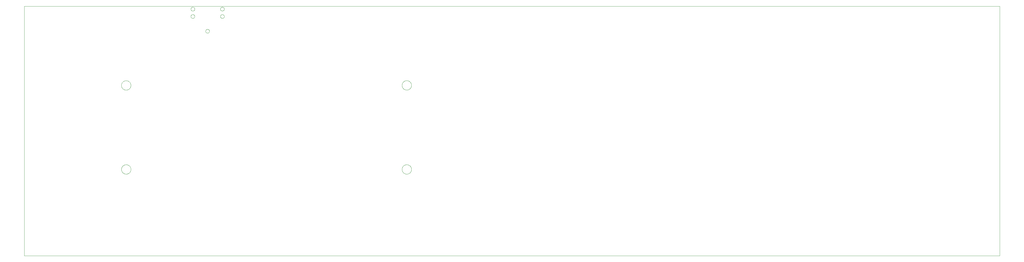
<source format=gko>
G75*
%MOIN*%
%OFA0B0*%
%FSLAX25Y25*%
%IPPOS*%
%LPD*%
%AMOC8*
5,1,8,0,0,1.08239X$1,22.5*
%
%ADD10C,0.00000*%
D10*
X0001500Y0002000D02*
X0001500Y0335000D01*
X1301000Y0335000D01*
X1301000Y0002000D01*
X0001500Y0002000D01*
X0130749Y0117346D02*
X0130751Y0117504D01*
X0130757Y0117662D01*
X0130767Y0117820D01*
X0130781Y0117978D01*
X0130799Y0118135D01*
X0130820Y0118292D01*
X0130846Y0118448D01*
X0130876Y0118604D01*
X0130909Y0118759D01*
X0130947Y0118912D01*
X0130988Y0119065D01*
X0131033Y0119217D01*
X0131082Y0119368D01*
X0131135Y0119517D01*
X0131191Y0119665D01*
X0131251Y0119811D01*
X0131315Y0119956D01*
X0131383Y0120099D01*
X0131454Y0120241D01*
X0131528Y0120381D01*
X0131606Y0120518D01*
X0131688Y0120654D01*
X0131772Y0120788D01*
X0131861Y0120919D01*
X0131952Y0121048D01*
X0132047Y0121175D01*
X0132144Y0121300D01*
X0132245Y0121422D01*
X0132349Y0121541D01*
X0132456Y0121658D01*
X0132566Y0121772D01*
X0132679Y0121883D01*
X0132794Y0121992D01*
X0132912Y0122097D01*
X0133033Y0122199D01*
X0133156Y0122299D01*
X0133282Y0122395D01*
X0133410Y0122488D01*
X0133540Y0122578D01*
X0133673Y0122664D01*
X0133808Y0122748D01*
X0133944Y0122827D01*
X0134083Y0122904D01*
X0134224Y0122976D01*
X0134366Y0123046D01*
X0134510Y0123111D01*
X0134656Y0123173D01*
X0134803Y0123231D01*
X0134952Y0123286D01*
X0135102Y0123337D01*
X0135253Y0123384D01*
X0135405Y0123427D01*
X0135558Y0123466D01*
X0135713Y0123502D01*
X0135868Y0123533D01*
X0136024Y0123561D01*
X0136180Y0123585D01*
X0136337Y0123605D01*
X0136495Y0123621D01*
X0136652Y0123633D01*
X0136811Y0123641D01*
X0136969Y0123645D01*
X0137127Y0123645D01*
X0137285Y0123641D01*
X0137444Y0123633D01*
X0137601Y0123621D01*
X0137759Y0123605D01*
X0137916Y0123585D01*
X0138072Y0123561D01*
X0138228Y0123533D01*
X0138383Y0123502D01*
X0138538Y0123466D01*
X0138691Y0123427D01*
X0138843Y0123384D01*
X0138994Y0123337D01*
X0139144Y0123286D01*
X0139293Y0123231D01*
X0139440Y0123173D01*
X0139586Y0123111D01*
X0139730Y0123046D01*
X0139872Y0122976D01*
X0140013Y0122904D01*
X0140152Y0122827D01*
X0140288Y0122748D01*
X0140423Y0122664D01*
X0140556Y0122578D01*
X0140686Y0122488D01*
X0140814Y0122395D01*
X0140940Y0122299D01*
X0141063Y0122199D01*
X0141184Y0122097D01*
X0141302Y0121992D01*
X0141417Y0121883D01*
X0141530Y0121772D01*
X0141640Y0121658D01*
X0141747Y0121541D01*
X0141851Y0121422D01*
X0141952Y0121300D01*
X0142049Y0121175D01*
X0142144Y0121048D01*
X0142235Y0120919D01*
X0142324Y0120788D01*
X0142408Y0120654D01*
X0142490Y0120518D01*
X0142568Y0120381D01*
X0142642Y0120241D01*
X0142713Y0120099D01*
X0142781Y0119956D01*
X0142845Y0119811D01*
X0142905Y0119665D01*
X0142961Y0119517D01*
X0143014Y0119368D01*
X0143063Y0119217D01*
X0143108Y0119065D01*
X0143149Y0118912D01*
X0143187Y0118759D01*
X0143220Y0118604D01*
X0143250Y0118448D01*
X0143276Y0118292D01*
X0143297Y0118135D01*
X0143315Y0117978D01*
X0143329Y0117820D01*
X0143339Y0117662D01*
X0143345Y0117504D01*
X0143347Y0117346D01*
X0143345Y0117188D01*
X0143339Y0117030D01*
X0143329Y0116872D01*
X0143315Y0116714D01*
X0143297Y0116557D01*
X0143276Y0116400D01*
X0143250Y0116244D01*
X0143220Y0116088D01*
X0143187Y0115933D01*
X0143149Y0115780D01*
X0143108Y0115627D01*
X0143063Y0115475D01*
X0143014Y0115324D01*
X0142961Y0115175D01*
X0142905Y0115027D01*
X0142845Y0114881D01*
X0142781Y0114736D01*
X0142713Y0114593D01*
X0142642Y0114451D01*
X0142568Y0114311D01*
X0142490Y0114174D01*
X0142408Y0114038D01*
X0142324Y0113904D01*
X0142235Y0113773D01*
X0142144Y0113644D01*
X0142049Y0113517D01*
X0141952Y0113392D01*
X0141851Y0113270D01*
X0141747Y0113151D01*
X0141640Y0113034D01*
X0141530Y0112920D01*
X0141417Y0112809D01*
X0141302Y0112700D01*
X0141184Y0112595D01*
X0141063Y0112493D01*
X0140940Y0112393D01*
X0140814Y0112297D01*
X0140686Y0112204D01*
X0140556Y0112114D01*
X0140423Y0112028D01*
X0140288Y0111944D01*
X0140152Y0111865D01*
X0140013Y0111788D01*
X0139872Y0111716D01*
X0139730Y0111646D01*
X0139586Y0111581D01*
X0139440Y0111519D01*
X0139293Y0111461D01*
X0139144Y0111406D01*
X0138994Y0111355D01*
X0138843Y0111308D01*
X0138691Y0111265D01*
X0138538Y0111226D01*
X0138383Y0111190D01*
X0138228Y0111159D01*
X0138072Y0111131D01*
X0137916Y0111107D01*
X0137759Y0111087D01*
X0137601Y0111071D01*
X0137444Y0111059D01*
X0137285Y0111051D01*
X0137127Y0111047D01*
X0136969Y0111047D01*
X0136811Y0111051D01*
X0136652Y0111059D01*
X0136495Y0111071D01*
X0136337Y0111087D01*
X0136180Y0111107D01*
X0136024Y0111131D01*
X0135868Y0111159D01*
X0135713Y0111190D01*
X0135558Y0111226D01*
X0135405Y0111265D01*
X0135253Y0111308D01*
X0135102Y0111355D01*
X0134952Y0111406D01*
X0134803Y0111461D01*
X0134656Y0111519D01*
X0134510Y0111581D01*
X0134366Y0111646D01*
X0134224Y0111716D01*
X0134083Y0111788D01*
X0133944Y0111865D01*
X0133808Y0111944D01*
X0133673Y0112028D01*
X0133540Y0112114D01*
X0133410Y0112204D01*
X0133282Y0112297D01*
X0133156Y0112393D01*
X0133033Y0112493D01*
X0132912Y0112595D01*
X0132794Y0112700D01*
X0132679Y0112809D01*
X0132566Y0112920D01*
X0132456Y0113034D01*
X0132349Y0113151D01*
X0132245Y0113270D01*
X0132144Y0113392D01*
X0132047Y0113517D01*
X0131952Y0113644D01*
X0131861Y0113773D01*
X0131772Y0113904D01*
X0131688Y0114038D01*
X0131606Y0114174D01*
X0131528Y0114311D01*
X0131454Y0114451D01*
X0131383Y0114593D01*
X0131315Y0114736D01*
X0131251Y0114881D01*
X0131191Y0115027D01*
X0131135Y0115175D01*
X0131082Y0115324D01*
X0131033Y0115475D01*
X0130988Y0115627D01*
X0130947Y0115780D01*
X0130909Y0115933D01*
X0130876Y0116088D01*
X0130846Y0116244D01*
X0130820Y0116400D01*
X0130799Y0116557D01*
X0130781Y0116714D01*
X0130767Y0116872D01*
X0130757Y0117030D01*
X0130751Y0117188D01*
X0130749Y0117346D01*
X0504578Y0117346D02*
X0504580Y0117504D01*
X0504586Y0117662D01*
X0504596Y0117820D01*
X0504610Y0117978D01*
X0504628Y0118135D01*
X0504649Y0118292D01*
X0504675Y0118448D01*
X0504705Y0118604D01*
X0504738Y0118759D01*
X0504776Y0118912D01*
X0504817Y0119065D01*
X0504862Y0119217D01*
X0504911Y0119368D01*
X0504964Y0119517D01*
X0505020Y0119665D01*
X0505080Y0119811D01*
X0505144Y0119956D01*
X0505212Y0120099D01*
X0505283Y0120241D01*
X0505357Y0120381D01*
X0505435Y0120518D01*
X0505517Y0120654D01*
X0505601Y0120788D01*
X0505690Y0120919D01*
X0505781Y0121048D01*
X0505876Y0121175D01*
X0505973Y0121300D01*
X0506074Y0121422D01*
X0506178Y0121541D01*
X0506285Y0121658D01*
X0506395Y0121772D01*
X0506508Y0121883D01*
X0506623Y0121992D01*
X0506741Y0122097D01*
X0506862Y0122199D01*
X0506985Y0122299D01*
X0507111Y0122395D01*
X0507239Y0122488D01*
X0507369Y0122578D01*
X0507502Y0122664D01*
X0507637Y0122748D01*
X0507773Y0122827D01*
X0507912Y0122904D01*
X0508053Y0122976D01*
X0508195Y0123046D01*
X0508339Y0123111D01*
X0508485Y0123173D01*
X0508632Y0123231D01*
X0508781Y0123286D01*
X0508931Y0123337D01*
X0509082Y0123384D01*
X0509234Y0123427D01*
X0509387Y0123466D01*
X0509542Y0123502D01*
X0509697Y0123533D01*
X0509853Y0123561D01*
X0510009Y0123585D01*
X0510166Y0123605D01*
X0510324Y0123621D01*
X0510481Y0123633D01*
X0510640Y0123641D01*
X0510798Y0123645D01*
X0510956Y0123645D01*
X0511114Y0123641D01*
X0511273Y0123633D01*
X0511430Y0123621D01*
X0511588Y0123605D01*
X0511745Y0123585D01*
X0511901Y0123561D01*
X0512057Y0123533D01*
X0512212Y0123502D01*
X0512367Y0123466D01*
X0512520Y0123427D01*
X0512672Y0123384D01*
X0512823Y0123337D01*
X0512973Y0123286D01*
X0513122Y0123231D01*
X0513269Y0123173D01*
X0513415Y0123111D01*
X0513559Y0123046D01*
X0513701Y0122976D01*
X0513842Y0122904D01*
X0513981Y0122827D01*
X0514117Y0122748D01*
X0514252Y0122664D01*
X0514385Y0122578D01*
X0514515Y0122488D01*
X0514643Y0122395D01*
X0514769Y0122299D01*
X0514892Y0122199D01*
X0515013Y0122097D01*
X0515131Y0121992D01*
X0515246Y0121883D01*
X0515359Y0121772D01*
X0515469Y0121658D01*
X0515576Y0121541D01*
X0515680Y0121422D01*
X0515781Y0121300D01*
X0515878Y0121175D01*
X0515973Y0121048D01*
X0516064Y0120919D01*
X0516153Y0120788D01*
X0516237Y0120654D01*
X0516319Y0120518D01*
X0516397Y0120381D01*
X0516471Y0120241D01*
X0516542Y0120099D01*
X0516610Y0119956D01*
X0516674Y0119811D01*
X0516734Y0119665D01*
X0516790Y0119517D01*
X0516843Y0119368D01*
X0516892Y0119217D01*
X0516937Y0119065D01*
X0516978Y0118912D01*
X0517016Y0118759D01*
X0517049Y0118604D01*
X0517079Y0118448D01*
X0517105Y0118292D01*
X0517126Y0118135D01*
X0517144Y0117978D01*
X0517158Y0117820D01*
X0517168Y0117662D01*
X0517174Y0117504D01*
X0517176Y0117346D01*
X0517174Y0117188D01*
X0517168Y0117030D01*
X0517158Y0116872D01*
X0517144Y0116714D01*
X0517126Y0116557D01*
X0517105Y0116400D01*
X0517079Y0116244D01*
X0517049Y0116088D01*
X0517016Y0115933D01*
X0516978Y0115780D01*
X0516937Y0115627D01*
X0516892Y0115475D01*
X0516843Y0115324D01*
X0516790Y0115175D01*
X0516734Y0115027D01*
X0516674Y0114881D01*
X0516610Y0114736D01*
X0516542Y0114593D01*
X0516471Y0114451D01*
X0516397Y0114311D01*
X0516319Y0114174D01*
X0516237Y0114038D01*
X0516153Y0113904D01*
X0516064Y0113773D01*
X0515973Y0113644D01*
X0515878Y0113517D01*
X0515781Y0113392D01*
X0515680Y0113270D01*
X0515576Y0113151D01*
X0515469Y0113034D01*
X0515359Y0112920D01*
X0515246Y0112809D01*
X0515131Y0112700D01*
X0515013Y0112595D01*
X0514892Y0112493D01*
X0514769Y0112393D01*
X0514643Y0112297D01*
X0514515Y0112204D01*
X0514385Y0112114D01*
X0514252Y0112028D01*
X0514117Y0111944D01*
X0513981Y0111865D01*
X0513842Y0111788D01*
X0513701Y0111716D01*
X0513559Y0111646D01*
X0513415Y0111581D01*
X0513269Y0111519D01*
X0513122Y0111461D01*
X0512973Y0111406D01*
X0512823Y0111355D01*
X0512672Y0111308D01*
X0512520Y0111265D01*
X0512367Y0111226D01*
X0512212Y0111190D01*
X0512057Y0111159D01*
X0511901Y0111131D01*
X0511745Y0111107D01*
X0511588Y0111087D01*
X0511430Y0111071D01*
X0511273Y0111059D01*
X0511114Y0111051D01*
X0510956Y0111047D01*
X0510798Y0111047D01*
X0510640Y0111051D01*
X0510481Y0111059D01*
X0510324Y0111071D01*
X0510166Y0111087D01*
X0510009Y0111107D01*
X0509853Y0111131D01*
X0509697Y0111159D01*
X0509542Y0111190D01*
X0509387Y0111226D01*
X0509234Y0111265D01*
X0509082Y0111308D01*
X0508931Y0111355D01*
X0508781Y0111406D01*
X0508632Y0111461D01*
X0508485Y0111519D01*
X0508339Y0111581D01*
X0508195Y0111646D01*
X0508053Y0111716D01*
X0507912Y0111788D01*
X0507773Y0111865D01*
X0507637Y0111944D01*
X0507502Y0112028D01*
X0507369Y0112114D01*
X0507239Y0112204D01*
X0507111Y0112297D01*
X0506985Y0112393D01*
X0506862Y0112493D01*
X0506741Y0112595D01*
X0506623Y0112700D01*
X0506508Y0112809D01*
X0506395Y0112920D01*
X0506285Y0113034D01*
X0506178Y0113151D01*
X0506074Y0113270D01*
X0505973Y0113392D01*
X0505876Y0113517D01*
X0505781Y0113644D01*
X0505690Y0113773D01*
X0505601Y0113904D01*
X0505517Y0114038D01*
X0505435Y0114174D01*
X0505357Y0114311D01*
X0505283Y0114451D01*
X0505212Y0114593D01*
X0505144Y0114736D01*
X0505080Y0114881D01*
X0505020Y0115027D01*
X0504964Y0115175D01*
X0504911Y0115324D01*
X0504862Y0115475D01*
X0504817Y0115627D01*
X0504776Y0115780D01*
X0504738Y0115933D01*
X0504705Y0116088D01*
X0504675Y0116244D01*
X0504649Y0116400D01*
X0504628Y0116557D01*
X0504610Y0116714D01*
X0504596Y0116872D01*
X0504586Y0117030D01*
X0504580Y0117188D01*
X0504578Y0117346D01*
X0504578Y0229551D02*
X0504580Y0229709D01*
X0504586Y0229867D01*
X0504596Y0230025D01*
X0504610Y0230183D01*
X0504628Y0230340D01*
X0504649Y0230497D01*
X0504675Y0230653D01*
X0504705Y0230809D01*
X0504738Y0230964D01*
X0504776Y0231117D01*
X0504817Y0231270D01*
X0504862Y0231422D01*
X0504911Y0231573D01*
X0504964Y0231722D01*
X0505020Y0231870D01*
X0505080Y0232016D01*
X0505144Y0232161D01*
X0505212Y0232304D01*
X0505283Y0232446D01*
X0505357Y0232586D01*
X0505435Y0232723D01*
X0505517Y0232859D01*
X0505601Y0232993D01*
X0505690Y0233124D01*
X0505781Y0233253D01*
X0505876Y0233380D01*
X0505973Y0233505D01*
X0506074Y0233627D01*
X0506178Y0233746D01*
X0506285Y0233863D01*
X0506395Y0233977D01*
X0506508Y0234088D01*
X0506623Y0234197D01*
X0506741Y0234302D01*
X0506862Y0234404D01*
X0506985Y0234504D01*
X0507111Y0234600D01*
X0507239Y0234693D01*
X0507369Y0234783D01*
X0507502Y0234869D01*
X0507637Y0234953D01*
X0507773Y0235032D01*
X0507912Y0235109D01*
X0508053Y0235181D01*
X0508195Y0235251D01*
X0508339Y0235316D01*
X0508485Y0235378D01*
X0508632Y0235436D01*
X0508781Y0235491D01*
X0508931Y0235542D01*
X0509082Y0235589D01*
X0509234Y0235632D01*
X0509387Y0235671D01*
X0509542Y0235707D01*
X0509697Y0235738D01*
X0509853Y0235766D01*
X0510009Y0235790D01*
X0510166Y0235810D01*
X0510324Y0235826D01*
X0510481Y0235838D01*
X0510640Y0235846D01*
X0510798Y0235850D01*
X0510956Y0235850D01*
X0511114Y0235846D01*
X0511273Y0235838D01*
X0511430Y0235826D01*
X0511588Y0235810D01*
X0511745Y0235790D01*
X0511901Y0235766D01*
X0512057Y0235738D01*
X0512212Y0235707D01*
X0512367Y0235671D01*
X0512520Y0235632D01*
X0512672Y0235589D01*
X0512823Y0235542D01*
X0512973Y0235491D01*
X0513122Y0235436D01*
X0513269Y0235378D01*
X0513415Y0235316D01*
X0513559Y0235251D01*
X0513701Y0235181D01*
X0513842Y0235109D01*
X0513981Y0235032D01*
X0514117Y0234953D01*
X0514252Y0234869D01*
X0514385Y0234783D01*
X0514515Y0234693D01*
X0514643Y0234600D01*
X0514769Y0234504D01*
X0514892Y0234404D01*
X0515013Y0234302D01*
X0515131Y0234197D01*
X0515246Y0234088D01*
X0515359Y0233977D01*
X0515469Y0233863D01*
X0515576Y0233746D01*
X0515680Y0233627D01*
X0515781Y0233505D01*
X0515878Y0233380D01*
X0515973Y0233253D01*
X0516064Y0233124D01*
X0516153Y0232993D01*
X0516237Y0232859D01*
X0516319Y0232723D01*
X0516397Y0232586D01*
X0516471Y0232446D01*
X0516542Y0232304D01*
X0516610Y0232161D01*
X0516674Y0232016D01*
X0516734Y0231870D01*
X0516790Y0231722D01*
X0516843Y0231573D01*
X0516892Y0231422D01*
X0516937Y0231270D01*
X0516978Y0231117D01*
X0517016Y0230964D01*
X0517049Y0230809D01*
X0517079Y0230653D01*
X0517105Y0230497D01*
X0517126Y0230340D01*
X0517144Y0230183D01*
X0517158Y0230025D01*
X0517168Y0229867D01*
X0517174Y0229709D01*
X0517176Y0229551D01*
X0517174Y0229393D01*
X0517168Y0229235D01*
X0517158Y0229077D01*
X0517144Y0228919D01*
X0517126Y0228762D01*
X0517105Y0228605D01*
X0517079Y0228449D01*
X0517049Y0228293D01*
X0517016Y0228138D01*
X0516978Y0227985D01*
X0516937Y0227832D01*
X0516892Y0227680D01*
X0516843Y0227529D01*
X0516790Y0227380D01*
X0516734Y0227232D01*
X0516674Y0227086D01*
X0516610Y0226941D01*
X0516542Y0226798D01*
X0516471Y0226656D01*
X0516397Y0226516D01*
X0516319Y0226379D01*
X0516237Y0226243D01*
X0516153Y0226109D01*
X0516064Y0225978D01*
X0515973Y0225849D01*
X0515878Y0225722D01*
X0515781Y0225597D01*
X0515680Y0225475D01*
X0515576Y0225356D01*
X0515469Y0225239D01*
X0515359Y0225125D01*
X0515246Y0225014D01*
X0515131Y0224905D01*
X0515013Y0224800D01*
X0514892Y0224698D01*
X0514769Y0224598D01*
X0514643Y0224502D01*
X0514515Y0224409D01*
X0514385Y0224319D01*
X0514252Y0224233D01*
X0514117Y0224149D01*
X0513981Y0224070D01*
X0513842Y0223993D01*
X0513701Y0223921D01*
X0513559Y0223851D01*
X0513415Y0223786D01*
X0513269Y0223724D01*
X0513122Y0223666D01*
X0512973Y0223611D01*
X0512823Y0223560D01*
X0512672Y0223513D01*
X0512520Y0223470D01*
X0512367Y0223431D01*
X0512212Y0223395D01*
X0512057Y0223364D01*
X0511901Y0223336D01*
X0511745Y0223312D01*
X0511588Y0223292D01*
X0511430Y0223276D01*
X0511273Y0223264D01*
X0511114Y0223256D01*
X0510956Y0223252D01*
X0510798Y0223252D01*
X0510640Y0223256D01*
X0510481Y0223264D01*
X0510324Y0223276D01*
X0510166Y0223292D01*
X0510009Y0223312D01*
X0509853Y0223336D01*
X0509697Y0223364D01*
X0509542Y0223395D01*
X0509387Y0223431D01*
X0509234Y0223470D01*
X0509082Y0223513D01*
X0508931Y0223560D01*
X0508781Y0223611D01*
X0508632Y0223666D01*
X0508485Y0223724D01*
X0508339Y0223786D01*
X0508195Y0223851D01*
X0508053Y0223921D01*
X0507912Y0223993D01*
X0507773Y0224070D01*
X0507637Y0224149D01*
X0507502Y0224233D01*
X0507369Y0224319D01*
X0507239Y0224409D01*
X0507111Y0224502D01*
X0506985Y0224598D01*
X0506862Y0224698D01*
X0506741Y0224800D01*
X0506623Y0224905D01*
X0506508Y0225014D01*
X0506395Y0225125D01*
X0506285Y0225239D01*
X0506178Y0225356D01*
X0506074Y0225475D01*
X0505973Y0225597D01*
X0505876Y0225722D01*
X0505781Y0225849D01*
X0505690Y0225978D01*
X0505601Y0226109D01*
X0505517Y0226243D01*
X0505435Y0226379D01*
X0505357Y0226516D01*
X0505283Y0226656D01*
X0505212Y0226798D01*
X0505144Y0226941D01*
X0505080Y0227086D01*
X0505020Y0227232D01*
X0504964Y0227380D01*
X0504911Y0227529D01*
X0504862Y0227680D01*
X0504817Y0227832D01*
X0504776Y0227985D01*
X0504738Y0228138D01*
X0504705Y0228293D01*
X0504675Y0228449D01*
X0504649Y0228605D01*
X0504628Y0228762D01*
X0504610Y0228919D01*
X0504596Y0229077D01*
X0504586Y0229235D01*
X0504580Y0229393D01*
X0504578Y0229551D01*
X0242941Y0301783D02*
X0242943Y0301884D01*
X0242949Y0301985D01*
X0242959Y0302086D01*
X0242973Y0302186D01*
X0242991Y0302285D01*
X0243013Y0302384D01*
X0243038Y0302482D01*
X0243068Y0302579D01*
X0243101Y0302674D01*
X0243138Y0302768D01*
X0243179Y0302861D01*
X0243223Y0302952D01*
X0243271Y0303041D01*
X0243323Y0303128D01*
X0243378Y0303213D01*
X0243436Y0303295D01*
X0243497Y0303376D01*
X0243562Y0303454D01*
X0243629Y0303529D01*
X0243699Y0303601D01*
X0243773Y0303671D01*
X0243849Y0303738D01*
X0243927Y0303802D01*
X0244008Y0303862D01*
X0244091Y0303919D01*
X0244177Y0303973D01*
X0244265Y0304024D01*
X0244354Y0304071D01*
X0244445Y0304115D01*
X0244538Y0304154D01*
X0244633Y0304191D01*
X0244728Y0304223D01*
X0244825Y0304252D01*
X0244924Y0304276D01*
X0245022Y0304297D01*
X0245122Y0304314D01*
X0245222Y0304327D01*
X0245323Y0304336D01*
X0245424Y0304341D01*
X0245525Y0304342D01*
X0245626Y0304339D01*
X0245727Y0304332D01*
X0245828Y0304321D01*
X0245928Y0304306D01*
X0246027Y0304287D01*
X0246126Y0304264D01*
X0246223Y0304238D01*
X0246320Y0304207D01*
X0246415Y0304173D01*
X0246508Y0304135D01*
X0246601Y0304093D01*
X0246691Y0304048D01*
X0246780Y0303999D01*
X0246866Y0303947D01*
X0246950Y0303891D01*
X0247033Y0303832D01*
X0247112Y0303770D01*
X0247190Y0303705D01*
X0247264Y0303637D01*
X0247336Y0303565D01*
X0247405Y0303492D01*
X0247471Y0303415D01*
X0247534Y0303336D01*
X0247594Y0303254D01*
X0247650Y0303170D01*
X0247703Y0303084D01*
X0247753Y0302996D01*
X0247799Y0302906D01*
X0247842Y0302815D01*
X0247881Y0302721D01*
X0247916Y0302626D01*
X0247947Y0302530D01*
X0247975Y0302433D01*
X0247999Y0302335D01*
X0248019Y0302236D01*
X0248035Y0302136D01*
X0248047Y0302035D01*
X0248055Y0301935D01*
X0248059Y0301834D01*
X0248059Y0301732D01*
X0248055Y0301631D01*
X0248047Y0301531D01*
X0248035Y0301430D01*
X0248019Y0301330D01*
X0247999Y0301231D01*
X0247975Y0301133D01*
X0247947Y0301036D01*
X0247916Y0300940D01*
X0247881Y0300845D01*
X0247842Y0300751D01*
X0247799Y0300660D01*
X0247753Y0300570D01*
X0247703Y0300482D01*
X0247650Y0300396D01*
X0247594Y0300312D01*
X0247534Y0300230D01*
X0247471Y0300151D01*
X0247405Y0300074D01*
X0247336Y0300001D01*
X0247264Y0299929D01*
X0247190Y0299861D01*
X0247112Y0299796D01*
X0247033Y0299734D01*
X0246950Y0299675D01*
X0246866Y0299619D01*
X0246779Y0299567D01*
X0246691Y0299518D01*
X0246601Y0299473D01*
X0246508Y0299431D01*
X0246415Y0299393D01*
X0246320Y0299359D01*
X0246223Y0299328D01*
X0246126Y0299302D01*
X0246027Y0299279D01*
X0245928Y0299260D01*
X0245828Y0299245D01*
X0245727Y0299234D01*
X0245626Y0299227D01*
X0245525Y0299224D01*
X0245424Y0299225D01*
X0245323Y0299230D01*
X0245222Y0299239D01*
X0245122Y0299252D01*
X0245022Y0299269D01*
X0244924Y0299290D01*
X0244825Y0299314D01*
X0244728Y0299343D01*
X0244633Y0299375D01*
X0244538Y0299412D01*
X0244445Y0299451D01*
X0244354Y0299495D01*
X0244265Y0299542D01*
X0244177Y0299593D01*
X0244091Y0299647D01*
X0244008Y0299704D01*
X0243927Y0299764D01*
X0243849Y0299828D01*
X0243773Y0299895D01*
X0243699Y0299965D01*
X0243629Y0300037D01*
X0243562Y0300112D01*
X0243497Y0300190D01*
X0243436Y0300271D01*
X0243378Y0300353D01*
X0243323Y0300438D01*
X0243271Y0300525D01*
X0243223Y0300614D01*
X0243179Y0300705D01*
X0243138Y0300798D01*
X0243101Y0300892D01*
X0243068Y0300987D01*
X0243038Y0301084D01*
X0243013Y0301182D01*
X0242991Y0301281D01*
X0242973Y0301380D01*
X0242959Y0301480D01*
X0242949Y0301581D01*
X0242943Y0301682D01*
X0242941Y0301783D01*
X0223256Y0321469D02*
X0223258Y0321570D01*
X0223264Y0321671D01*
X0223274Y0321772D01*
X0223288Y0321872D01*
X0223306Y0321971D01*
X0223328Y0322070D01*
X0223353Y0322168D01*
X0223383Y0322265D01*
X0223416Y0322360D01*
X0223453Y0322454D01*
X0223494Y0322547D01*
X0223538Y0322638D01*
X0223586Y0322727D01*
X0223638Y0322814D01*
X0223693Y0322899D01*
X0223751Y0322981D01*
X0223812Y0323062D01*
X0223877Y0323140D01*
X0223944Y0323215D01*
X0224014Y0323287D01*
X0224088Y0323357D01*
X0224164Y0323424D01*
X0224242Y0323488D01*
X0224323Y0323548D01*
X0224406Y0323605D01*
X0224492Y0323659D01*
X0224580Y0323710D01*
X0224669Y0323757D01*
X0224760Y0323801D01*
X0224853Y0323840D01*
X0224948Y0323877D01*
X0225043Y0323909D01*
X0225140Y0323938D01*
X0225239Y0323962D01*
X0225337Y0323983D01*
X0225437Y0324000D01*
X0225537Y0324013D01*
X0225638Y0324022D01*
X0225739Y0324027D01*
X0225840Y0324028D01*
X0225941Y0324025D01*
X0226042Y0324018D01*
X0226143Y0324007D01*
X0226243Y0323992D01*
X0226342Y0323973D01*
X0226441Y0323950D01*
X0226538Y0323924D01*
X0226635Y0323893D01*
X0226730Y0323859D01*
X0226823Y0323821D01*
X0226916Y0323779D01*
X0227006Y0323734D01*
X0227095Y0323685D01*
X0227181Y0323633D01*
X0227265Y0323577D01*
X0227348Y0323518D01*
X0227427Y0323456D01*
X0227505Y0323391D01*
X0227579Y0323323D01*
X0227651Y0323251D01*
X0227720Y0323178D01*
X0227786Y0323101D01*
X0227849Y0323022D01*
X0227909Y0322940D01*
X0227965Y0322856D01*
X0228018Y0322770D01*
X0228068Y0322682D01*
X0228114Y0322592D01*
X0228157Y0322501D01*
X0228196Y0322407D01*
X0228231Y0322312D01*
X0228262Y0322216D01*
X0228290Y0322119D01*
X0228314Y0322021D01*
X0228334Y0321922D01*
X0228350Y0321822D01*
X0228362Y0321721D01*
X0228370Y0321621D01*
X0228374Y0321520D01*
X0228374Y0321418D01*
X0228370Y0321317D01*
X0228362Y0321217D01*
X0228350Y0321116D01*
X0228334Y0321016D01*
X0228314Y0320917D01*
X0228290Y0320819D01*
X0228262Y0320722D01*
X0228231Y0320626D01*
X0228196Y0320531D01*
X0228157Y0320437D01*
X0228114Y0320346D01*
X0228068Y0320256D01*
X0228018Y0320168D01*
X0227965Y0320082D01*
X0227909Y0319998D01*
X0227849Y0319916D01*
X0227786Y0319837D01*
X0227720Y0319760D01*
X0227651Y0319687D01*
X0227579Y0319615D01*
X0227505Y0319547D01*
X0227427Y0319482D01*
X0227348Y0319420D01*
X0227265Y0319361D01*
X0227181Y0319305D01*
X0227094Y0319253D01*
X0227006Y0319204D01*
X0226916Y0319159D01*
X0226823Y0319117D01*
X0226730Y0319079D01*
X0226635Y0319045D01*
X0226538Y0319014D01*
X0226441Y0318988D01*
X0226342Y0318965D01*
X0226243Y0318946D01*
X0226143Y0318931D01*
X0226042Y0318920D01*
X0225941Y0318913D01*
X0225840Y0318910D01*
X0225739Y0318911D01*
X0225638Y0318916D01*
X0225537Y0318925D01*
X0225437Y0318938D01*
X0225337Y0318955D01*
X0225239Y0318976D01*
X0225140Y0319000D01*
X0225043Y0319029D01*
X0224948Y0319061D01*
X0224853Y0319098D01*
X0224760Y0319137D01*
X0224669Y0319181D01*
X0224580Y0319228D01*
X0224492Y0319279D01*
X0224406Y0319333D01*
X0224323Y0319390D01*
X0224242Y0319450D01*
X0224164Y0319514D01*
X0224088Y0319581D01*
X0224014Y0319651D01*
X0223944Y0319723D01*
X0223877Y0319798D01*
X0223812Y0319876D01*
X0223751Y0319957D01*
X0223693Y0320039D01*
X0223638Y0320124D01*
X0223586Y0320211D01*
X0223538Y0320300D01*
X0223494Y0320391D01*
X0223453Y0320484D01*
X0223416Y0320578D01*
X0223383Y0320673D01*
X0223353Y0320770D01*
X0223328Y0320868D01*
X0223306Y0320967D01*
X0223288Y0321066D01*
X0223274Y0321166D01*
X0223264Y0321267D01*
X0223258Y0321368D01*
X0223256Y0321469D01*
X0223256Y0331311D02*
X0223258Y0331412D01*
X0223264Y0331513D01*
X0223274Y0331614D01*
X0223288Y0331714D01*
X0223306Y0331813D01*
X0223328Y0331912D01*
X0223353Y0332010D01*
X0223383Y0332107D01*
X0223416Y0332202D01*
X0223453Y0332296D01*
X0223494Y0332389D01*
X0223538Y0332480D01*
X0223586Y0332569D01*
X0223638Y0332656D01*
X0223693Y0332741D01*
X0223751Y0332823D01*
X0223812Y0332904D01*
X0223877Y0332982D01*
X0223944Y0333057D01*
X0224014Y0333129D01*
X0224088Y0333199D01*
X0224164Y0333266D01*
X0224242Y0333330D01*
X0224323Y0333390D01*
X0224406Y0333447D01*
X0224492Y0333501D01*
X0224580Y0333552D01*
X0224669Y0333599D01*
X0224760Y0333643D01*
X0224853Y0333682D01*
X0224948Y0333719D01*
X0225043Y0333751D01*
X0225140Y0333780D01*
X0225239Y0333804D01*
X0225337Y0333825D01*
X0225437Y0333842D01*
X0225537Y0333855D01*
X0225638Y0333864D01*
X0225739Y0333869D01*
X0225840Y0333870D01*
X0225941Y0333867D01*
X0226042Y0333860D01*
X0226143Y0333849D01*
X0226243Y0333834D01*
X0226342Y0333815D01*
X0226441Y0333792D01*
X0226538Y0333766D01*
X0226635Y0333735D01*
X0226730Y0333701D01*
X0226823Y0333663D01*
X0226916Y0333621D01*
X0227006Y0333576D01*
X0227095Y0333527D01*
X0227181Y0333475D01*
X0227265Y0333419D01*
X0227348Y0333360D01*
X0227427Y0333298D01*
X0227505Y0333233D01*
X0227579Y0333165D01*
X0227651Y0333093D01*
X0227720Y0333020D01*
X0227786Y0332943D01*
X0227849Y0332864D01*
X0227909Y0332782D01*
X0227965Y0332698D01*
X0228018Y0332612D01*
X0228068Y0332524D01*
X0228114Y0332434D01*
X0228157Y0332343D01*
X0228196Y0332249D01*
X0228231Y0332154D01*
X0228262Y0332058D01*
X0228290Y0331961D01*
X0228314Y0331863D01*
X0228334Y0331764D01*
X0228350Y0331664D01*
X0228362Y0331563D01*
X0228370Y0331463D01*
X0228374Y0331362D01*
X0228374Y0331260D01*
X0228370Y0331159D01*
X0228362Y0331059D01*
X0228350Y0330958D01*
X0228334Y0330858D01*
X0228314Y0330759D01*
X0228290Y0330661D01*
X0228262Y0330564D01*
X0228231Y0330468D01*
X0228196Y0330373D01*
X0228157Y0330279D01*
X0228114Y0330188D01*
X0228068Y0330098D01*
X0228018Y0330010D01*
X0227965Y0329924D01*
X0227909Y0329840D01*
X0227849Y0329758D01*
X0227786Y0329679D01*
X0227720Y0329602D01*
X0227651Y0329529D01*
X0227579Y0329457D01*
X0227505Y0329389D01*
X0227427Y0329324D01*
X0227348Y0329262D01*
X0227265Y0329203D01*
X0227181Y0329147D01*
X0227094Y0329095D01*
X0227006Y0329046D01*
X0226916Y0329001D01*
X0226823Y0328959D01*
X0226730Y0328921D01*
X0226635Y0328887D01*
X0226538Y0328856D01*
X0226441Y0328830D01*
X0226342Y0328807D01*
X0226243Y0328788D01*
X0226143Y0328773D01*
X0226042Y0328762D01*
X0225941Y0328755D01*
X0225840Y0328752D01*
X0225739Y0328753D01*
X0225638Y0328758D01*
X0225537Y0328767D01*
X0225437Y0328780D01*
X0225337Y0328797D01*
X0225239Y0328818D01*
X0225140Y0328842D01*
X0225043Y0328871D01*
X0224948Y0328903D01*
X0224853Y0328940D01*
X0224760Y0328979D01*
X0224669Y0329023D01*
X0224580Y0329070D01*
X0224492Y0329121D01*
X0224406Y0329175D01*
X0224323Y0329232D01*
X0224242Y0329292D01*
X0224164Y0329356D01*
X0224088Y0329423D01*
X0224014Y0329493D01*
X0223944Y0329565D01*
X0223877Y0329640D01*
X0223812Y0329718D01*
X0223751Y0329799D01*
X0223693Y0329881D01*
X0223638Y0329966D01*
X0223586Y0330053D01*
X0223538Y0330142D01*
X0223494Y0330233D01*
X0223453Y0330326D01*
X0223416Y0330420D01*
X0223383Y0330515D01*
X0223353Y0330612D01*
X0223328Y0330710D01*
X0223306Y0330809D01*
X0223288Y0330908D01*
X0223274Y0331008D01*
X0223264Y0331109D01*
X0223258Y0331210D01*
X0223256Y0331311D01*
X0262626Y0331311D02*
X0262628Y0331412D01*
X0262634Y0331513D01*
X0262644Y0331614D01*
X0262658Y0331714D01*
X0262676Y0331813D01*
X0262698Y0331912D01*
X0262723Y0332010D01*
X0262753Y0332107D01*
X0262786Y0332202D01*
X0262823Y0332296D01*
X0262864Y0332389D01*
X0262908Y0332480D01*
X0262956Y0332569D01*
X0263008Y0332656D01*
X0263063Y0332741D01*
X0263121Y0332823D01*
X0263182Y0332904D01*
X0263247Y0332982D01*
X0263314Y0333057D01*
X0263384Y0333129D01*
X0263458Y0333199D01*
X0263534Y0333266D01*
X0263612Y0333330D01*
X0263693Y0333390D01*
X0263776Y0333447D01*
X0263862Y0333501D01*
X0263950Y0333552D01*
X0264039Y0333599D01*
X0264130Y0333643D01*
X0264223Y0333682D01*
X0264318Y0333719D01*
X0264413Y0333751D01*
X0264510Y0333780D01*
X0264609Y0333804D01*
X0264707Y0333825D01*
X0264807Y0333842D01*
X0264907Y0333855D01*
X0265008Y0333864D01*
X0265109Y0333869D01*
X0265210Y0333870D01*
X0265311Y0333867D01*
X0265412Y0333860D01*
X0265513Y0333849D01*
X0265613Y0333834D01*
X0265712Y0333815D01*
X0265811Y0333792D01*
X0265908Y0333766D01*
X0266005Y0333735D01*
X0266100Y0333701D01*
X0266193Y0333663D01*
X0266286Y0333621D01*
X0266376Y0333576D01*
X0266465Y0333527D01*
X0266551Y0333475D01*
X0266635Y0333419D01*
X0266718Y0333360D01*
X0266797Y0333298D01*
X0266875Y0333233D01*
X0266949Y0333165D01*
X0267021Y0333093D01*
X0267090Y0333020D01*
X0267156Y0332943D01*
X0267219Y0332864D01*
X0267279Y0332782D01*
X0267335Y0332698D01*
X0267388Y0332612D01*
X0267438Y0332524D01*
X0267484Y0332434D01*
X0267527Y0332343D01*
X0267566Y0332249D01*
X0267601Y0332154D01*
X0267632Y0332058D01*
X0267660Y0331961D01*
X0267684Y0331863D01*
X0267704Y0331764D01*
X0267720Y0331664D01*
X0267732Y0331563D01*
X0267740Y0331463D01*
X0267744Y0331362D01*
X0267744Y0331260D01*
X0267740Y0331159D01*
X0267732Y0331059D01*
X0267720Y0330958D01*
X0267704Y0330858D01*
X0267684Y0330759D01*
X0267660Y0330661D01*
X0267632Y0330564D01*
X0267601Y0330468D01*
X0267566Y0330373D01*
X0267527Y0330279D01*
X0267484Y0330188D01*
X0267438Y0330098D01*
X0267388Y0330010D01*
X0267335Y0329924D01*
X0267279Y0329840D01*
X0267219Y0329758D01*
X0267156Y0329679D01*
X0267090Y0329602D01*
X0267021Y0329529D01*
X0266949Y0329457D01*
X0266875Y0329389D01*
X0266797Y0329324D01*
X0266718Y0329262D01*
X0266635Y0329203D01*
X0266551Y0329147D01*
X0266464Y0329095D01*
X0266376Y0329046D01*
X0266286Y0329001D01*
X0266193Y0328959D01*
X0266100Y0328921D01*
X0266005Y0328887D01*
X0265908Y0328856D01*
X0265811Y0328830D01*
X0265712Y0328807D01*
X0265613Y0328788D01*
X0265513Y0328773D01*
X0265412Y0328762D01*
X0265311Y0328755D01*
X0265210Y0328752D01*
X0265109Y0328753D01*
X0265008Y0328758D01*
X0264907Y0328767D01*
X0264807Y0328780D01*
X0264707Y0328797D01*
X0264609Y0328818D01*
X0264510Y0328842D01*
X0264413Y0328871D01*
X0264318Y0328903D01*
X0264223Y0328940D01*
X0264130Y0328979D01*
X0264039Y0329023D01*
X0263950Y0329070D01*
X0263862Y0329121D01*
X0263776Y0329175D01*
X0263693Y0329232D01*
X0263612Y0329292D01*
X0263534Y0329356D01*
X0263458Y0329423D01*
X0263384Y0329493D01*
X0263314Y0329565D01*
X0263247Y0329640D01*
X0263182Y0329718D01*
X0263121Y0329799D01*
X0263063Y0329881D01*
X0263008Y0329966D01*
X0262956Y0330053D01*
X0262908Y0330142D01*
X0262864Y0330233D01*
X0262823Y0330326D01*
X0262786Y0330420D01*
X0262753Y0330515D01*
X0262723Y0330612D01*
X0262698Y0330710D01*
X0262676Y0330809D01*
X0262658Y0330908D01*
X0262644Y0331008D01*
X0262634Y0331109D01*
X0262628Y0331210D01*
X0262626Y0331311D01*
X0262626Y0321469D02*
X0262628Y0321570D01*
X0262634Y0321671D01*
X0262644Y0321772D01*
X0262658Y0321872D01*
X0262676Y0321971D01*
X0262698Y0322070D01*
X0262723Y0322168D01*
X0262753Y0322265D01*
X0262786Y0322360D01*
X0262823Y0322454D01*
X0262864Y0322547D01*
X0262908Y0322638D01*
X0262956Y0322727D01*
X0263008Y0322814D01*
X0263063Y0322899D01*
X0263121Y0322981D01*
X0263182Y0323062D01*
X0263247Y0323140D01*
X0263314Y0323215D01*
X0263384Y0323287D01*
X0263458Y0323357D01*
X0263534Y0323424D01*
X0263612Y0323488D01*
X0263693Y0323548D01*
X0263776Y0323605D01*
X0263862Y0323659D01*
X0263950Y0323710D01*
X0264039Y0323757D01*
X0264130Y0323801D01*
X0264223Y0323840D01*
X0264318Y0323877D01*
X0264413Y0323909D01*
X0264510Y0323938D01*
X0264609Y0323962D01*
X0264707Y0323983D01*
X0264807Y0324000D01*
X0264907Y0324013D01*
X0265008Y0324022D01*
X0265109Y0324027D01*
X0265210Y0324028D01*
X0265311Y0324025D01*
X0265412Y0324018D01*
X0265513Y0324007D01*
X0265613Y0323992D01*
X0265712Y0323973D01*
X0265811Y0323950D01*
X0265908Y0323924D01*
X0266005Y0323893D01*
X0266100Y0323859D01*
X0266193Y0323821D01*
X0266286Y0323779D01*
X0266376Y0323734D01*
X0266465Y0323685D01*
X0266551Y0323633D01*
X0266635Y0323577D01*
X0266718Y0323518D01*
X0266797Y0323456D01*
X0266875Y0323391D01*
X0266949Y0323323D01*
X0267021Y0323251D01*
X0267090Y0323178D01*
X0267156Y0323101D01*
X0267219Y0323022D01*
X0267279Y0322940D01*
X0267335Y0322856D01*
X0267388Y0322770D01*
X0267438Y0322682D01*
X0267484Y0322592D01*
X0267527Y0322501D01*
X0267566Y0322407D01*
X0267601Y0322312D01*
X0267632Y0322216D01*
X0267660Y0322119D01*
X0267684Y0322021D01*
X0267704Y0321922D01*
X0267720Y0321822D01*
X0267732Y0321721D01*
X0267740Y0321621D01*
X0267744Y0321520D01*
X0267744Y0321418D01*
X0267740Y0321317D01*
X0267732Y0321217D01*
X0267720Y0321116D01*
X0267704Y0321016D01*
X0267684Y0320917D01*
X0267660Y0320819D01*
X0267632Y0320722D01*
X0267601Y0320626D01*
X0267566Y0320531D01*
X0267527Y0320437D01*
X0267484Y0320346D01*
X0267438Y0320256D01*
X0267388Y0320168D01*
X0267335Y0320082D01*
X0267279Y0319998D01*
X0267219Y0319916D01*
X0267156Y0319837D01*
X0267090Y0319760D01*
X0267021Y0319687D01*
X0266949Y0319615D01*
X0266875Y0319547D01*
X0266797Y0319482D01*
X0266718Y0319420D01*
X0266635Y0319361D01*
X0266551Y0319305D01*
X0266464Y0319253D01*
X0266376Y0319204D01*
X0266286Y0319159D01*
X0266193Y0319117D01*
X0266100Y0319079D01*
X0266005Y0319045D01*
X0265908Y0319014D01*
X0265811Y0318988D01*
X0265712Y0318965D01*
X0265613Y0318946D01*
X0265513Y0318931D01*
X0265412Y0318920D01*
X0265311Y0318913D01*
X0265210Y0318910D01*
X0265109Y0318911D01*
X0265008Y0318916D01*
X0264907Y0318925D01*
X0264807Y0318938D01*
X0264707Y0318955D01*
X0264609Y0318976D01*
X0264510Y0319000D01*
X0264413Y0319029D01*
X0264318Y0319061D01*
X0264223Y0319098D01*
X0264130Y0319137D01*
X0264039Y0319181D01*
X0263950Y0319228D01*
X0263862Y0319279D01*
X0263776Y0319333D01*
X0263693Y0319390D01*
X0263612Y0319450D01*
X0263534Y0319514D01*
X0263458Y0319581D01*
X0263384Y0319651D01*
X0263314Y0319723D01*
X0263247Y0319798D01*
X0263182Y0319876D01*
X0263121Y0319957D01*
X0263063Y0320039D01*
X0263008Y0320124D01*
X0262956Y0320211D01*
X0262908Y0320300D01*
X0262864Y0320391D01*
X0262823Y0320484D01*
X0262786Y0320578D01*
X0262753Y0320673D01*
X0262723Y0320770D01*
X0262698Y0320868D01*
X0262676Y0320967D01*
X0262658Y0321066D01*
X0262644Y0321166D01*
X0262634Y0321267D01*
X0262628Y0321368D01*
X0262626Y0321469D01*
X0130703Y0229471D02*
X0130705Y0229629D01*
X0130711Y0229787D01*
X0130721Y0229945D01*
X0130735Y0230103D01*
X0130753Y0230260D01*
X0130774Y0230417D01*
X0130800Y0230573D01*
X0130830Y0230729D01*
X0130863Y0230884D01*
X0130901Y0231037D01*
X0130942Y0231190D01*
X0130987Y0231342D01*
X0131036Y0231493D01*
X0131089Y0231642D01*
X0131145Y0231790D01*
X0131205Y0231936D01*
X0131269Y0232081D01*
X0131337Y0232224D01*
X0131408Y0232366D01*
X0131482Y0232506D01*
X0131560Y0232643D01*
X0131642Y0232779D01*
X0131726Y0232913D01*
X0131815Y0233044D01*
X0131906Y0233173D01*
X0132001Y0233300D01*
X0132098Y0233425D01*
X0132199Y0233547D01*
X0132303Y0233666D01*
X0132410Y0233783D01*
X0132520Y0233897D01*
X0132633Y0234008D01*
X0132748Y0234117D01*
X0132866Y0234222D01*
X0132987Y0234324D01*
X0133110Y0234424D01*
X0133236Y0234520D01*
X0133364Y0234613D01*
X0133494Y0234703D01*
X0133627Y0234789D01*
X0133762Y0234873D01*
X0133898Y0234952D01*
X0134037Y0235029D01*
X0134178Y0235101D01*
X0134320Y0235171D01*
X0134464Y0235236D01*
X0134610Y0235298D01*
X0134757Y0235356D01*
X0134906Y0235411D01*
X0135056Y0235462D01*
X0135207Y0235509D01*
X0135359Y0235552D01*
X0135512Y0235591D01*
X0135667Y0235627D01*
X0135822Y0235658D01*
X0135978Y0235686D01*
X0136134Y0235710D01*
X0136291Y0235730D01*
X0136449Y0235746D01*
X0136606Y0235758D01*
X0136765Y0235766D01*
X0136923Y0235770D01*
X0137081Y0235770D01*
X0137239Y0235766D01*
X0137398Y0235758D01*
X0137555Y0235746D01*
X0137713Y0235730D01*
X0137870Y0235710D01*
X0138026Y0235686D01*
X0138182Y0235658D01*
X0138337Y0235627D01*
X0138492Y0235591D01*
X0138645Y0235552D01*
X0138797Y0235509D01*
X0138948Y0235462D01*
X0139098Y0235411D01*
X0139247Y0235356D01*
X0139394Y0235298D01*
X0139540Y0235236D01*
X0139684Y0235171D01*
X0139826Y0235101D01*
X0139967Y0235029D01*
X0140106Y0234952D01*
X0140242Y0234873D01*
X0140377Y0234789D01*
X0140510Y0234703D01*
X0140640Y0234613D01*
X0140768Y0234520D01*
X0140894Y0234424D01*
X0141017Y0234324D01*
X0141138Y0234222D01*
X0141256Y0234117D01*
X0141371Y0234008D01*
X0141484Y0233897D01*
X0141594Y0233783D01*
X0141701Y0233666D01*
X0141805Y0233547D01*
X0141906Y0233425D01*
X0142003Y0233300D01*
X0142098Y0233173D01*
X0142189Y0233044D01*
X0142278Y0232913D01*
X0142362Y0232779D01*
X0142444Y0232643D01*
X0142522Y0232506D01*
X0142596Y0232366D01*
X0142667Y0232224D01*
X0142735Y0232081D01*
X0142799Y0231936D01*
X0142859Y0231790D01*
X0142915Y0231642D01*
X0142968Y0231493D01*
X0143017Y0231342D01*
X0143062Y0231190D01*
X0143103Y0231037D01*
X0143141Y0230884D01*
X0143174Y0230729D01*
X0143204Y0230573D01*
X0143230Y0230417D01*
X0143251Y0230260D01*
X0143269Y0230103D01*
X0143283Y0229945D01*
X0143293Y0229787D01*
X0143299Y0229629D01*
X0143301Y0229471D01*
X0143299Y0229313D01*
X0143293Y0229155D01*
X0143283Y0228997D01*
X0143269Y0228839D01*
X0143251Y0228682D01*
X0143230Y0228525D01*
X0143204Y0228369D01*
X0143174Y0228213D01*
X0143141Y0228058D01*
X0143103Y0227905D01*
X0143062Y0227752D01*
X0143017Y0227600D01*
X0142968Y0227449D01*
X0142915Y0227300D01*
X0142859Y0227152D01*
X0142799Y0227006D01*
X0142735Y0226861D01*
X0142667Y0226718D01*
X0142596Y0226576D01*
X0142522Y0226436D01*
X0142444Y0226299D01*
X0142362Y0226163D01*
X0142278Y0226029D01*
X0142189Y0225898D01*
X0142098Y0225769D01*
X0142003Y0225642D01*
X0141906Y0225517D01*
X0141805Y0225395D01*
X0141701Y0225276D01*
X0141594Y0225159D01*
X0141484Y0225045D01*
X0141371Y0224934D01*
X0141256Y0224825D01*
X0141138Y0224720D01*
X0141017Y0224618D01*
X0140894Y0224518D01*
X0140768Y0224422D01*
X0140640Y0224329D01*
X0140510Y0224239D01*
X0140377Y0224153D01*
X0140242Y0224069D01*
X0140106Y0223990D01*
X0139967Y0223913D01*
X0139826Y0223841D01*
X0139684Y0223771D01*
X0139540Y0223706D01*
X0139394Y0223644D01*
X0139247Y0223586D01*
X0139098Y0223531D01*
X0138948Y0223480D01*
X0138797Y0223433D01*
X0138645Y0223390D01*
X0138492Y0223351D01*
X0138337Y0223315D01*
X0138182Y0223284D01*
X0138026Y0223256D01*
X0137870Y0223232D01*
X0137713Y0223212D01*
X0137555Y0223196D01*
X0137398Y0223184D01*
X0137239Y0223176D01*
X0137081Y0223172D01*
X0136923Y0223172D01*
X0136765Y0223176D01*
X0136606Y0223184D01*
X0136449Y0223196D01*
X0136291Y0223212D01*
X0136134Y0223232D01*
X0135978Y0223256D01*
X0135822Y0223284D01*
X0135667Y0223315D01*
X0135512Y0223351D01*
X0135359Y0223390D01*
X0135207Y0223433D01*
X0135056Y0223480D01*
X0134906Y0223531D01*
X0134757Y0223586D01*
X0134610Y0223644D01*
X0134464Y0223706D01*
X0134320Y0223771D01*
X0134178Y0223841D01*
X0134037Y0223913D01*
X0133898Y0223990D01*
X0133762Y0224069D01*
X0133627Y0224153D01*
X0133494Y0224239D01*
X0133364Y0224329D01*
X0133236Y0224422D01*
X0133110Y0224518D01*
X0132987Y0224618D01*
X0132866Y0224720D01*
X0132748Y0224825D01*
X0132633Y0224934D01*
X0132520Y0225045D01*
X0132410Y0225159D01*
X0132303Y0225276D01*
X0132199Y0225395D01*
X0132098Y0225517D01*
X0132001Y0225642D01*
X0131906Y0225769D01*
X0131815Y0225898D01*
X0131726Y0226029D01*
X0131642Y0226163D01*
X0131560Y0226299D01*
X0131482Y0226436D01*
X0131408Y0226576D01*
X0131337Y0226718D01*
X0131269Y0226861D01*
X0131205Y0227006D01*
X0131145Y0227152D01*
X0131089Y0227300D01*
X0131036Y0227449D01*
X0130987Y0227600D01*
X0130942Y0227752D01*
X0130901Y0227905D01*
X0130863Y0228058D01*
X0130830Y0228213D01*
X0130800Y0228369D01*
X0130774Y0228525D01*
X0130753Y0228682D01*
X0130735Y0228839D01*
X0130721Y0228997D01*
X0130711Y0229155D01*
X0130705Y0229313D01*
X0130703Y0229471D01*
M02*

</source>
